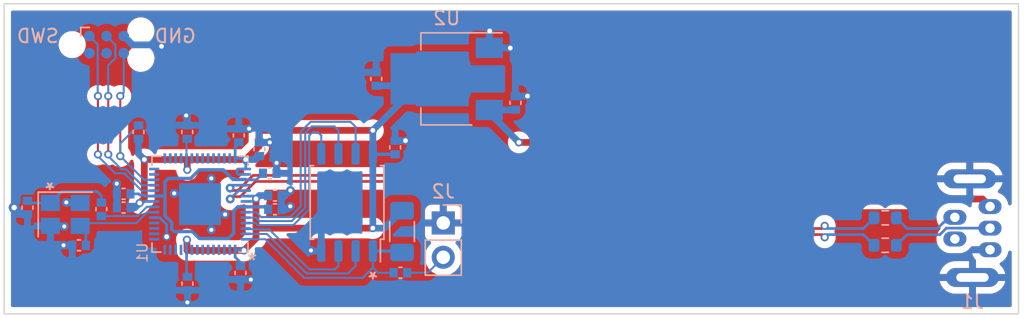
<source format=kicad_pcb>
(kicad_pcb (version 20211014) (generator pcbnew)
  (title_block (date "${DATE}") (rev "${VERSION}"))
  (layers (0 "F.Cu" signal) (31 "B.Cu" signal) (34 "B.Paste" user) (35 "F.Paste" user) (36 "B.SilkS" user "B.Silkscreen") (37 "F.SilkS" user "F.Silkscreen") (38 "B.Mask" user) (39 "F.Mask" user) (44 "Edge.Cuts" user))
  (property "DATE" "")
  (property "VERSION" "")
  (net 0 "")
  (net 1 "/RP2040/XIN")
  (net 2 "GND")
  (net 3 "/RP2040/XOUT")
  (net 4 "+5V")
  (net 5 "+3V3")
  (net 6 "+1V1")
  (net 7 "/RP2040/USB_D-")
  (net 8 "/RP2040/USB_D+")
  (net 9 "/RP2040/~{USB_BOOT}")
  (net 10 "/RP2040/SWD")
  (net 11 "/RP2040/SWCLK")
  (net 12 "/RP2040/~{RST}")
  (net 13 "/RP2040/QSPI_SS")
  (net 14 "/RP2040/XOUT_R")
  (net 15 "/RP2040/USB_D_R+")
  (net 16 "/RP2040/USB_D_R-")
  (net 17 "/RP2040/GPIO00")
  (net 18 "/RP2040/GPIO01")
  (net 19 "/RP2040/GPIO02")
  (net 20 "/RP2040/GPIO03")
  (net 21 "/RP2040/GPIO04")
  (net 22 "/RP2040/GPIO05")
  (net 23 "/RP2040/GPIO06")
  (net 24 "/RP2040/GPIO07")
  (net 25 "/RP2040/GPIO08")
  (net 26 "/RP2040/GPIO09")
  (net 27 "/RP2040/GPIO10")
  (net 28 "/RP2040/GPIO11")
  (net 29 "/RP2040/GPIO12")
  (net 30 "/RP2040/GPIO13")
  (net 31 "/RP2040/GPIO14")
  (net 32 "/RP2040/GPIO15")
  (net 33 "/RP2040/GPIO16")
  (net 34 "/RP2040/GPIO17")
  (net 35 "/RP2040/GPIO18")
  (net 36 "/RP2040/GPIO19")
  (net 37 "/RP2040/GPIO20")
  (net 38 "/RP2040/GPIO21")
  (net 39 "/RP2040/GPIO22")
  (net 40 "/RP2040/GPIO23")
  (net 41 "/RP2040/GPIO24")
  (net 42 "/RP2040/GPIO25")
  (net 43 "/RP2040/GPIO26")
  (net 44 "/RP2040/GPIO27")
  (net 45 "/RP2040/GPIO28")
  (net 46 "/RP2040/GPIO29")
  (net 47 "/RP2040/QSPI_SD3")
  (net 48 "/RP2040/QSPI_SCLK")
  (net 49 "/RP2040/QSPI_SD0")
  (net 50 "/RP2040/QSPI_SD2")
  (net 54 "/RP2040/QSPI_SD1")
  (footprint "Custom_Footprints:Perfect_0402" (layer "B.Cu") (at 30.607 26.797 90)
    (fp_text reference "C11" hide)
    (fp_text value "100nF" hide)
    (pad "1" smd rect (at -0.5 0 90) (size 0.6 0.7) (layers "B.Cu" "B.Paste" "B.Mask") (net 5 "+3V3"))
    (pad "2" smd rect (at 0.5 0 90) (size 0.6 0.7) (layers "B.Cu" "B.Paste" "B.Mask") (net 2 "GND"))
  )
  (footprint "Custom_Footprints:Perfect_0402" (layer "B.Cu") (at 24.257 32.512 90)
    (fp_text reference "R2" hide)
    (fp_text value "1k" hide)
    (pad "1" smd rect (at -0.5 0 90) (size 0.6 0.7) (layers "B.Cu" "B.Paste" "B.Mask") (net 14 "/RP2040/XOUT_R"))
    (pad "2" smd rect (at 0.5 0 90) (size 0.6 0.7) (layers "B.Cu" "B.Paste" "B.Mask") (net 3 "/RP2040/XOUT"))
  )
  (footprint "Custom_Footprints:Perfect_0402" (layer "B.Cu") (at 25.908 32.385 180)
    (fp_text reference "C12" hide)
    (fp_text value "100nF" hide)
    (pad "1" smd rect (at -0.5 0 180) (size 0.6 0.7) (layers "B.Cu" "B.Paste" "B.Mask") (net 5 "+3V3"))
    (pad "2" smd rect (at 0.5 0 180) (size 0.6 0.7) (layers "B.Cu" "B.Paste" "B.Mask") (net 2 "GND"))
  )
  (footprint "Resistor_SMD:R_0603_1608Metric" (layer "B.Cu") (at 82.196978 33.147 180)
    (fp_text reference "R4" hide)
    (fp_text value "27" hide)
    (pad "1" smd roundrect (at -0.825 0 180) (size 0.8 0.95) (layers "B.Cu" "B.Paste" "B.Mask") (net 7 "/RP2040/USB_D-"))
    (pad "2" smd roundrect (at 0.825 0 180) (size 0.8 0.95) (layers "B.Cu" "B.Paste" "B.Mask") (net 16 "/RP2040/USB_D_R-"))
  )
  (footprint "Custom_Footprints:Perfect_0402" (layer "B.Cu") (at 34.544 37.211 -90)
    (fp_text reference "C14" hide)
    (fp_text value "100nF" hide)
    (pad "1" smd rect (at -0.5 0 270) (size 0.6 0.7) (layers "B.Cu" "B.Paste" "B.Mask") (net 5 "+3V3"))
    (pad "2" smd rect (at 0.5 0 270) (size 0.6 0.7) (layers "B.Cu" "B.Paste" "B.Mask") (net 2 "GND"))
  )
  (footprint "Resistor_SMD:R_1206_3216Metric_Pad1.30x1.75mm_HandSolder" (layer "B.Cu") (at 46.482 34.163 -90)
    (fp_text reference "R5" hide)
    (fp_text value "DNF" hide)
    (pad "1" smd roundrect (at -1.55 0 270) (size 1.3 1.75) (layers "B.Cu" "B.Paste" "B.Mask") (roundrect_rratio 0.192308) (net 5 "+3V3"))
    (pad "2" smd roundrect (at 1.55 0 270) (size 1.3 1.75) (layers "B.Cu" "B.Paste" "B.Mask") (roundrect_rratio 0.192308) (net 13 "/RP2040/QSPI_SS"))
  )
  (footprint "Custom_Footprints:Perfect_0402" (layer "B.Cu") (at 54.864 24.638 90)
    (fp_text reference "C1")
    (fp_text value "1uF" hide)
    (pad "1" smd rect (at -0.5 0 90) (size 0.6 0.7) (layers "B.Cu" "B.Paste" "B.Mask") (net 4 "+5V"))
    (pad "2" smd rect (at 0.5 0 90) (size 0.6 0.7) (layers "B.Cu" "B.Paste" "B.Mask") (net 2 "GND"))
  )
  (footprint "Custom_Footprints:Perfect_0402" (layer "B.Cu") (at 34.417 27.051 90)
    (fp_text reference "C9" hide)
    (fp_text value "100nF" hide)
    (pad "1" smd rect (at -0.5 0 90) (size 0.6 0.7) (layers "B.Cu" "B.Paste" "B.Mask") (net 5 "+3V3"))
    (pad "2" smd rect (at 0.5 0 90) (size 0.6 0.7) (layers "B.Cu" "B.Paste" "B.Mask") (net 2 "GND"))
  )
  (footprint "Custom_Footprints:Perfect_0402" (layer "B.Cu") (at 37.084 32.512)
    (fp_text reference "C6" hide)
    (fp_text value "100nF" hide)
    (pad "1" smd rect (at -0.5 0) (size 0.6 0.7) (layers "B.Cu" "B.Paste" "B.Mask") (net 6 "+1V1"))
    (pad "2" smd rect (at 0.5 0) (size 0.6 0.7) (layers "B.Cu" "B.Paste" "B.Mask") (net 2 "GND"))
  )
  (footprint "Crystal:Crystal_SMD_3225-4Pin_3.2x2.5mm" (layer "B.Cu") (at 21.59 32.893)
    (fp_text reference "Y1" hide)
    (fp_text value "X322512MSB4SI" hide)
    (pad "1" smd rect (at -1.1 -0.85) (size 1.4 1.2) (layers "B.Cu" "B.Paste" "B.Mask") (net 3 "/RP2040/XOUT"))
    (pad "2" smd rect (at 1.1 -0.85) (size 1.4 1.2) (layers "B.Cu" "B.Paste" "B.Mask") (net 2 "GND"))
    (pad "3" smd rect (at 1.1 0.85) (size 1.4 1.2) (layers "B.Cu" "B.Paste" "B.Mask") (net 1 "/RP2040/XIN"))
    (pad "4" smd rect (at -1.1 0.85) (size 1.4 1.2) (layers "B.Cu" "B.Paste" "B.Mask") (net 2 "GND"))
  )
  (footprint "Connector_PinHeader_2.54mm:PinHeader_1x02_P2.54mm_Vertical" (layer "B.Cu") (at 49.53 33.523 180)
    (fp_text reference "J2" (at 0 2.33) (layer "B.SilkS") (effects (justify mirror)))
    (fp_text value "Conn_01x02" hide)
    (pad "1" thru_hole rect (at 0 0 180) (size 1.7 1.7) (drill 1) (layers *.Cu *.Mask) (net 2 "GND"))
    (pad "2" thru_hole oval (at 0 -2.54 180) (size 1.7 1.7) (drill 1) (layers *.Cu *.Mask) (net 9 "/RP2040/~{USB_BOOT}"))
  )
  (footprint "Custom_Footprints:Perfect_0402" (layer "B.Cu") (at 35.941 28.067 90)
    (fp_text reference "C10" hide)
    (fp_text value "1uF" hide)
    (pad "1" smd rect (at -0.5 0 90) (size 0.6 0.7) (layers "B.Cu" "B.Paste" "B.Mask") (net 5 "+3V3"))
    (pad "2" smd rect (at 0.5 0 90) (size 0.6 0.7) (layers "B.Cu" "B.Paste" "B.Mask") (net 2 "GND"))
  )
  (footprint "Custom_Footprints:Perfect_0402" (layer "B.Cu") (at 30.6164 38.0084 -90)
    (fp_text reference "C13" hide)
    (fp_text value "100nF" hide)
    (pad "1" smd rect (at -0.5 0 270) (size 0.6 0.7) (layers "B.Cu" "B.Paste" "B.Mask") (net 5 "+3V3"))
    (pad "2" smd rect (at 0.5 0 270) (size 0.6 0.7) (layers "B.Cu" "B.Paste" "B.Mask") (net 2 "GND"))
  )
  (footprint "Package_TO_SOT_SMD:SOT-223-3_TabPin2" (layer "B.Cu") (at 49.784 22.86 180)
    (fp_text reference "U2" (at 0 4.5) (layer "B.SilkS") (effects (justify mirror)))
    (fp_text value "AMS1117-3.3")
    (pad "1" smd rect (at -3.15 2.3 180) (size 2 1.5) (layers "B.Cu" "B.Paste" "B.Mask") (net 2 "GND"))
    (pad "2" smd rect (at -3.15 0 180) (size 2 1.5) (layers "B.Cu" "B.Paste" "B.Mask") (net 5 "+3V3"))
    (pad "2" smd rect (at 3.15 0 180) (size 2 3.8) (layers "B.Cu" "B.Paste" "B.Mask") (net 5 "+3V3"))
    (pad "3" smd rect (at -3.15 -2.3 180) (size 2 1.5) (layers "B.Cu" "B.Paste" "B.Mask") (net 4 "+5V"))
  )
  (footprint "Custom_Footprints:Perfect_0402" (layer "B.Cu") (at 44.577 22.868 90)
    (fp_text reference "C2")
    (fp_text value "1uF" hide)
    (pad "1" smd rect (at -0.5 0 90) (size 0.6 0.7) (layers "B.Cu" "B.Paste" "B.Mask") (net 5 "+3V3"))
    (pad "2" smd rect (at 0.5 0 90) (size 0.6 0.7) (layers "B.Cu" "B.Paste" "B.Mask") (net 2 "GND"))
  )
  (footprint "Connector:Tag-Connect_TC2030-IDC-NL_2x03_P1.27mm_Vertical" (layer "B.Cu") (at 24.638 20.32)
    (fp_text reference "J3" hide)
    (fp_text value "RP2040_SWD")
    (pad "" np_thru_hole circle (at -2.54 0) (size 0.9906 0.9906) (drill 0.9906) (layers *.Cu *.Mask))
    (pad "" np_thru_hole circle (at 2.54 -1.016) (size 0.9906 0.9906) (drill 0.9906) (layers *.Cu *.Mask))
    (pad "" np_thru_hole circle (at 2.54 1.016) (size 0.9906 0.9906) (drill 0.9906) (layers *.Cu *.Mask))
    (pad "1" connect circle (at -1.27 -0.635) (size 0.7874 0.7874) (layers "B.Cu" "B.Mask") (net 10 "/RP2040/SWD"))
    (pad "2" connect circle (at -1.27 0.635) (size 0.7874 0.7874) (layers "B.Cu" "B.Mask"))
    (pad "3" connect circle (at 0 -0.635) (size 0.7874 0.7874) (layers "B.Cu" "B.Mask") (net 11 "/RP2040/SWCLK"))
    (pad "4" connect circle (at 0 0.635) (size 0.7874 0.7874) (layers "B.Cu" "B.Mask"))
    (pad "5" connect circle (at 1.27 -0.635) (size 0.7874 0.7874) (layers "B.Cu" "B.Mask") (net 2 "GND"))
    (pad "6" connect circle (at 1.27 0.635) (size 0.7874 0.7874) (layers "B.Cu" "B.Mask") (net 12 "/RP2040/~{RST}"))
  )
  (footprint "Package_SO:SOIC-8_5.23x5.23mm_P1.27mm" (layer "B.Cu") (at 42.418 32.004 90)
    (fp_text reference "U3" hide)
    (fp_text value "W25Q128JVS" hide)
    (pad "1" smd roundrect (at -3.6 1.905 90) (size 1.6 0.6) (layers "B.Cu" "B.Paste" "B.Mask") (net 13 "/RP2040/QSPI_SS"))
    (pad "2" smd roundrect (at -3.6 0.635 90) (size 1.6 0.6) (layers "B.Cu" "B.Paste" "B.Mask") (net 54 "/RP2040/QSPI_SD1"))
    (pad "3" smd roundrect (at -3.6 -0.635 90) (size 1.6 0.6) (layers "B.Cu" "B.Paste" "B.Mask") (net 50 "/RP2040/QSPI_SD2"))
    (pad "4" smd roundrect (at -3.6 -1.905 90) (size 1.6 0.6) (layers "B.Cu" "B.Paste" "B.Mask") (net 2 "GND"))
    (pad "5" smd roundrect (at 3.6 -1.905 90) (size 1.6 0.6) (layers "B.Cu" "B.Paste" "B.Mask") (net 49 "/RP2040/QSPI_SD0"))
    (pad "6" smd roundrect (at 3.6 -0.635 90) (size 1.6 0.6) (layers "B.Cu" "B.Paste" "B.Mask") (net 48 "/RP2040/QSPI_SCLK"))
    (pad "7" smd roundrect (at 3.6 0.635 90) (size 1.6 0.6) (layers "B.Cu" "B.Paste" "B.Mask") (net 47 "/RP2040/QSPI_SD3"))
    (pad "8" smd roundrect (at 3.6 1.905 90) (size 1.6 0.6) (layers "B.Cu" "B.Paste" "B.Mask") (net 5 "+3V3"))
  )
  (footprint "Custom_Footprints:QFN56P40_700X700X90L40X18T310N" (layer "B.Cu") (at 31.5468 32.131 180)
    (fp_text reference "U1" (at 4.26 -3.6 90) (layer "B.SilkS") (effects (font (size 0.75 0.75) (thickness 0.11)) (justify mirror)))
    (fp_text value "RP2040")
    (fp_text user "*" (at -3.84 -4.2 unlocked) (layer "B.SilkS") (effects (justify mirror)))
    (pad "1" smd roundrect (at -2.6 -3.385 90) (size 0.76 0.2) (layers "B.Cu" "B.Paste" "B.Mask") (net 5 "+3V3"))
    (pad "2" smd roundrect (at -2.2 -3.385 90) (size 0.76 0.2) (layers "B.Cu" "B.Paste" "B.Mask") (net 17 "/RP2040/GPIO00"))
    (pad "3" smd roundrect (at -1.8 -3.385 90) (size 0.76 0.2) (layers "B.Cu" "B.Paste" "B.Mask") (net 18 "/RP2040/GPIO01"))
    (pad "4" smd roundrect (at -1.4 -3.385 90) (size 0.76 0.2) (layers "B.Cu" "B.Paste" "B.Mask") (net 19 "/RP2040/GPIO02"))
    (pad "5" smd roundrect (at -1 -3.385 90) (size 0.76 0.2) (layers "B.Cu" "B.Paste" "B.Mask") (net 20 "/RP2040/GPIO03"))
    (pad "6" smd roundrect (at -0.6 -3.385 90) (size 0.76 0.2) (layers "B.Cu" "B.Paste" "B.Mask") (net 21 "/RP2040/GPIO04"))
    (pad "7" smd roundrect (at -0.2 -3.385 90) (size 0.76 0.2) (layers "B.Cu" "B.Paste" "B.Mask") (net 22 "/RP2040/GPIO05"))
    (pad "8" smd roundrect (at 0.2 -3.385 90) (size 0.76 0.2) (layers "B.Cu" "B.Paste" "B.Mask") (net 23 "/RP2040/GPIO06"))
    (pad "9" smd roundrect (at 0.6 -3.385 90) (size 0.76 0.2) (layers "B.Cu" "B.Paste" "B.Mask") (net 24 "/RP2040/GPIO07"))
    (pad "10" smd roundrect (at 1 -3.385 90) (size 0.76 0.2) (layers "B.Cu" "B.Paste" "B.Mask") (net 5 "+3V3"))
    (pad "11" smd roundrect (at 1.4 -3.385 90) (size 0.76 0.2) (layers "B.Cu" "B.Paste" "B.Mask") (net 25 "/RP2040/GPIO08"))
    (pad "12" smd roundrect (at 1.8 -3.385 90) (size 0.76 0.2) (layers "B.Cu" "B.Paste" "B.Mask") (net 26 "/RP2040/GPIO09"))
    (pad "13" smd roundrect (at 2.2 -3.385 90) (size 0.76 0.2) (layers "B.Cu" "B.Paste" "B.Mask") (net 27 "/RP2040/GPIO10"))
    (pad "14" smd roundrect (at 2.6 -3.385 90) (size 0.76 0.2) (layers "B.Cu" "B.Paste" "B.Mask") (net 28 "/RP2040/GPIO11"))
    (pad "15" smd roundrect (at 3.385 -2.6 180) (size 0.76 0.2) (layers "B.Cu" "B.Paste" "B.Mask") (net 29 "/RP2040/GPIO12"))
    (pad "16" smd roundrect (at 3.385 -2.2 180) (size 0.76 0.2) (layers "B.Cu" "B.Paste" "B.Mask") (net 30 "/RP2040/GPIO13"))
    (pad "17" smd roundrect (at 3.385 -1.8 180) (size 0.76 0.2) (layers "B.Cu" "B.Paste" "B.Mask") (net 31 "/RP2040/GPIO14"))
    (pad "18" smd roundrect (at 3.385 -1.4 180) (size 0.76 0.2) (layers "B.Cu" "B.Paste" "B.Mask") (net 32 "/RP2040/GPIO15"))
    (pad "19" smd roundrect (at 3.385 -1 180) (size 0.76 0.2) (layers "B.Cu" "B.Paste" "B.Mask") (net 2 "GND"))
    (pad "20" smd roundrect (at 3.385 -0.6 180) (size 0.76 0.2) (layers "B.Cu" "B.Paste" "B.Mask") (net 1 "/RP2040/XIN"))
    (pad "21" smd roundrect (at 3.385 -0.2 180) (size 0.76 0.2) (layers "B.Cu" "B.Paste" "B.Mask") (net 14 "/RP2040/XOUT_R"))
    (pad "22" smd roundrect (at 3.385 0.2 180) (size 0.76 0.2) (layers "B.Cu" "B.Paste" "B.Mask") (net 5 "+3V3"))
    (pad "23" smd roundrect (at 3.385 0.6 180) (size 0.76 0.2) (layers "B.Cu" "B.Paste" "B.Mask") (net 6 "+1V1"))
    (pad "24" smd roundrect (at 3.385 1 180) (size 0.76 0.2) (layers "B.Cu" "B.Paste" "B.Mask") (net 10 "/RP2040/SWD"))
    (pad "25" smd roundrect (at 3.385 1.4 180) (size 0.76 0.2) (layers "B.Cu" "B.Paste" "B.Mask") (net 11 "/RP2040/SWCLK"))
    (pad "26" smd roundrect (at 3.385 1.8 180) (size 0.76 0.2) (layers "B.Cu" "B.Paste" "B.Mask") (net 12 "/RP2040/~{RST}"))
    (pad "27" smd roundrect (at 3.385 2.2 180) (size 0.76 0.2) (layers "B.Cu" "B.Paste" "B.Mask") (net 33 "/RP2040/GPIO16"))
    (pad "28" smd roundrect (at 3.385 2.6 180) (size 0.76 0.2) (layers "B.Cu" "B.Paste" "B.Mask") (net 34 "/RP2040/GPIO17"))
    (pad "29" smd roundrect (at 2.6 3.385 90) (size 0.76 0.2) (layers "B.Cu" "B.Paste" "B.Mask") (net 35 "/RP2040/GPIO18"))
    (pad "30" smd roundrect (at 2.2 3.385 90) (size 0.76 0.2) (layers "B.Cu" "B.Paste" "B.Mask") (net 36 "/RP2040/GPIO19"))
    (pad "31" smd roundrect (at 1.8 3.385 90) (size 0.76 0.2) (layers "B.Cu" "B.Paste" "B.Mask") (net 37 "/RP2040/GPIO20"))
    (pad "32" smd roundrect (at 1.4 3.385 90) (size 0.76 0.2) (layers "B.Cu" "B.Paste" "B.Mask") (net 38 "/RP2040/GPIO21"))
    (pad "33" smd roundrect (at 1 3.385 90) (size 0.76 0.2) (layers "B.Cu" "B.Paste" "B.Mask") (net 5 "+3V3"))
    (pad "34" smd roundrect (at 0.6 3.385 90) (size 0.76 0.2) (layers "B.Cu" "B.Paste" "B.Mask") (net 39 "/RP2040/GPIO22"))
    (pad "35" smd roundrect (at 0.2 3.385 90) (size 0.76 0.2) (layers "B.Cu" "B.Paste" "B.Mask") (net 40 "/RP2040/GPIO23"))
    (pad "36" smd roundrect (at -0.2 3.385 90) (size 0.76 0.2) (layers "B.Cu" "B.Paste" "B.Mask") (net 41 "/RP2040/GPIO24"))
    (pad "37" smd roundrect (at -0.6 3.385 90) (size 0.76 0.2) (layers "B.Cu" "B.Paste" "B.Mask") (net 42 "/RP2040/GPIO25"))
    (pad "38" smd roundrect (at -1 3.385 90) (size 0.76 0.2) (layers "B.Cu" "B.Paste" "B.Mask") (net 43 "/RP2040/GPIO26"))
    (pad "39" smd roundrect (at -1.4 3.385 90) (size 0.76 0.2) (layers "B.Cu" "B.Paste" "B.Mask") (net 44 "/RP2040/GPIO27"))
    (pad "40" smd roundrect (at -1.8 3.385 90) (size 0.76 0.2) (layers "B.Cu" "B.Paste" "B.Mask") (net 45 "/RP2040/GPIO28"))
    (pad "41" smd roundrect (at -2.2 3.385 90) (size 0.76 0.2) (layers "B.Cu" "B.Paste" "B.Mask") (net 46 "/RP2040/GPIO29"))
    (pad "42" smd roundrect (at -2.6 3.385 90) (size 0.76 0.2) (layers "B.Cu" "B.Paste" "B.Mask") (net 5 "+3V3"))
    (pad "43" smd roundrect (at -3.385 2.6 180) (size 0.76 0.2) (layers "B.Cu" "B.Paste" "B.Mask") (net 5 "+3V3"))
    (pad "44" smd roundrect (at -3.385 2.2 180) (size 0.76 0.2) (layers "B.Cu" "B.Paste" "B.Mask") (net 5 "+3V3"))
    (pad "45" smd roundrect (at -3.385 1.8 180) (size 0.76 0.2) (layers "B.Cu" "B.Paste" "B.Mask") (net 6 "+1V1"))
    (pad "46" smd roundrect (at -3.385 1.4 180) (size 0.76 0.2) (layers "B.Cu" "B.Paste" "B.Mask") (net 16 "/RP2040/USB_D_R-"))
    (pad "47" smd roundrect (at -3.385 1 180) (size 0.76 0.2) (layers "B.Cu" "B.Paste" "B.Mask") (net 15 "/RP2040/USB_D_R+"))
    (pad "48" smd roundrect (at -3.385 0.6 180) (size 0.76 0.2) (layers "B.Cu" "B.Paste" "B.Mask") (net 5 "+3V3"))
    (pad "49" smd roundrect (at -3.385 0.2 180) (size 0.76 0.2) (layers "B.Cu" "B.Paste" "B.Mask") (net 5 "+3V3"))
    (pad "50" smd roundrect (at -3.385 -0.2 180) (size 0.76 0.2) (layers "B.Cu" "B.Paste" "B.Mask") (net 6 "+1V1"))
    (pad "51" smd roundrect (at -3.385 -0.6 180) (size 0.76 0.2) (layers "B.Cu" "B.Paste" "B.Mask") (net 47 "/RP2040/QSPI_SD3"))
    (pad "52" smd roundrect (at -3.385 -1 180) (size 0.76 0.2) (layers "B.Cu" "B.Paste" "B.Mask") (net 48 "/RP2040/QSPI_SCLK"))
    (pad "53" smd roundrect (at -3.385 -1.4 180) (size 0.76 0.2) (layers "B.Cu" "B.Paste" "B.Mask") (net 49 "/RP2040/QSPI_SD0"))
    (pad "54" smd roundrect (at -3.385 -1.8 180) (size 0.76 0.2) (layers "B.Cu" "B.Paste" "B.Mask") (net 50 "/RP2040/QSPI_SD2"))
    (pad "55" smd roundrect (at -3.385 -2.2 180) (size 0.76 0.2) (layers "B.Cu" "B.Paste" "B.Mask") (net 54 "/RP2040/QSPI_SD1"))
    (pad "56" smd roundrect (at -3.385 -2.6 180) (size 0.76 0.2) (layers "B.Cu" "B.Paste" "B.Mask") (net 13 "/RP2040/QSPI_SS"))
    (pad "57" smd rect (at 0.775 -0.775 180) (size 1.55 1.55) (layers "B.Cu" "B.Paste") (net 2 "GND"))
    (pad "57" smd rect (at -0.775 -0.775 180) (size 1.55 1.55) (layers "B.Cu" "B.Paste") (net 2 "GND"))
    (pad "57" smd rect (at -0.775 0.775 180) (size 1.55 1.55) (layers "B.Cu" "B.Paste") (net 2 "GND"))
    (pad "57" smd rect (at 0.775 0.775 180) (size 1.55 1.55) (layers "B.Cu" "B.Paste") (net 2 "GND"))
  )
  (footprint "Custom_Footprints:Perfect_0402" (layer "B.Cu") (at 18.796 32.385 -90)
    (fp_text reference "C5" hide)
    (fp_text value "10pF" hide)
    (pad "1" smd rect (at -0.5 0 270) (size 0.6 0.7) (layers "B.Cu" "B.Paste" "B.Mask") (net 3 "/RP2040/XOUT"))
    (pad "2" smd rect (at 0.5 0 270) (size 0.6 0.7) (layers "B.Cu" "B.Paste" "B.Mask") (net 2 "GND"))
  )
  (footprint "Custom_Footprints:Perfect_0402" (layer "B.Cu") (at 36.703 29.845)
    (fp_text reference "C7" hide)
    (fp_text value "1uF" hide)
    (pad "1" smd rect (at -0.5 0) (size 0.6 0.7) (layers "B.Cu" "B.Paste" "B.Mask") (net 6 "+1V1"))
    (pad "2" smd rect (at 0.5 0) (size 0.6 0.7) (layers "B.Cu" "B.Paste" "B.Mask") (net 2 "GND"))
  )
  (footprint "Custom_Footprints:Perfect_0402" (layer "B.Cu") (at 22.606 35.179 180)
    (fp_text reference "C4" hide)
    (fp_text value "10pF" hide)
    (pad "1" smd rect (at -0.5 0 180) (size 0.6 0.7) (layers "B.Cu" "B.Paste" "B.Mask") (net 1 "/RP2040/XIN"))
    (pad "2" smd rect (at 0.5 0 180) (size 0.6 0.7) (layers "B.Cu" "B.Paste" "B.Mask") (net 2 "GND"))
  )
  (footprint "Custom_Footprints:USB_B_Mini_Amphenol_UE25BE5510H" (layer "B.Cu") (at 88.646 33.909 90)
    (fp_text reference "J1" (at -5.461 0 180) (layer "B.SilkS") (effects (justify mirror)))
    (fp_text value "USB_B_Micro" hide)
    (pad "1" thru_hole oval (at 1.6 1.3 90) (size 1.1 1.7) (drill 0.7) (layers *.Cu *.Mask) (net 4 "+5V"))
    (pad "2" thru_hole oval (at 0.8 -1.3 90) (size 1.1 1.7) (drill 0.7) (layers *.Cu *.Mask) (net 7 "/RP2040/USB_D-"))
    (pad "3" thru_hole oval (at 0 1.3 90) (size 1.1 1.7) (drill 0.7) (layers *.Cu *.Mask) (net 8 "/RP2040/USB_D+"))
    (pad "4" thru_hole oval (at -0.8 -1.3 90) (size 1.1 1.7) (drill 0.7) (layers *.Cu *.Mask))
    (pad "5" thru_hole oval (at -1.6 1.3 90) (size 1.1 1.7) (drill 0.7) (layers *.Cu *.Mask) (net 2 "GND"))
    (pad "6" thru_hole oval (at -3.65 0 90) (size 1.4 3.9) (drill oval 0.65 2.4) (layers *.Cu *.Mask) (net 2 "GND"))
    (pad "6" thru_hole oval (at 3.65 -0.2 90) (size 1.4 3.9) (drill oval 0.65 2.4) (layers *.Cu *.Mask) (net 2 "GND"))
  )
  (footprint "Custom_Footprints:Perfect_0402" (layer "B.Cu") (at 27 26.8 90)
    (fp_text reference "R6" hide)
    (fp_text value "10k" hide)
    (pad "1" smd rect (at -0.5 0 90) (size 0.6 0.7) (layers "B.Cu" "B.Paste" "B.Mask") (net 5 "+3V3"))
    (pad "2" smd rect (at 0.5 0 90) (size 0.6 0.7) (layers "B.Cu" "B.Paste" "B.Mask") (net 12 "/RP2040/~{RST}"))
  )
  (footprint "Resistor_SMD:R_0603_1608Metric" (layer "B.Cu") (at 82.196978 35.179 180)
    (fp_text reference "R3" hide)
    (fp_text value "27" hide)
    (pad "1" smd roundrect (at -0.825 0 180) (size 0.8 0.95) (layers "B.Cu" "B.Paste" "B.Mask") (net 8 "/RP2040/USB_D+"))
    (pad "2" smd roundrect (at 0.825 0 180) (size 0.8 0.95) (layers "B.Cu" "B.Paste" "B.Mask") (net 15 "/RP2040/USB_D_R+"))
  )
  (footprint "Custom_Footprints:Perfect_0402" (layer "B.Cu") (at 37.084 31.496)
    (fp_text reference "C15" hide)
    (fp_text value "100nF" hide)
    (pad "1" smd rect (at -0.5 0) (size 0.6 0.7) (layers "B.Cu" "B.Paste" "B.Mask") (net 5 "+3V3"))
    (pad "2" smd rect (at 0.5 0) (size 0.6 0.7) (layers "B.Cu" "B.Paste" "B.Mask") (net 2 "GND"))
  )
  (footprint "Custom_Footprints:Perfect_0402" (layer "B.Cu") (at 46.355 37.211)
    (fp_text reference "R1" hide)
    (fp_text value "1k" hide)
    (pad "1" smd rect (at -0.5 0) (size 0.6 0.7) (layers "B.Cu" "B.Paste" "B.Mask") (net 13 "/RP2040/QSPI_SS"))
    (pad "2" smd rect (at 0.5 0) (size 0.6 0.7) (layers "B.Cu" "B.Paste" "B.Mask") (net 9 "/RP2040/~{USB_BOOT}"))
  )
  (footprint "Custom_Footprints:Perfect_0402" (layer "B.Cu") (at 25.908 31.369 180)
    (fp_text reference "C8" hide)
    (fp_text value "100nF" hide)
    (pad "1" smd rect (at -0.5 0 180) (size 0.6 0.7) (layers "B.Cu" "B.Paste" "B.Mask") (net 6 "+1V1"))
    (pad "2" smd rect (at 0.5 0 180) (size 0.6 0.7) (layers "B.Cu" "B.Paste" "B.Mask") (net 2 "GND"))
  )
  (footprint "Custom_Footprints:Perfect_0402" (layer "B.Cu") (at 45.974 27.94 90)
    (fp_text reference "C3" hide)
    (fp_text value "1uF" hide)
    (pad "1" smd rect (at -0.5 0 90) (size 0.6 0.7) (layers "B.Cu" "B.Paste" "B.Mask") (net 5 "+3V3"))
    (pad "2" smd rect (at 0.5 0 90) (size 0.6 0.7) (layers "B.Cu" "B.Paste" "B.Mask") (net 2 "GND"))
  )
  (gr_rect (start 17.0688 17.2974) (end 92.0496 40.259) (layer "Edge.Cuts") (width 0.1) (fill none))
  (gr_text "*" (at 44.323 37.084 -180) (layer "B.SilkS") (effects (font (size 1 1)) (justify mirror)))
  (gr_text "GND" (at 29.718 19.685) (layer "B.SilkS") (effects (font (size 1 1)) (justify mirror)))
  (gr_text "SWD" (at 19.558 19.685) (layer "B.SilkS") (effects (font (size 1 1)) (justify mirror)))
  (gr_text "*" (at 20.447 30.48 -180) (layer "B.SilkS") (effects (font (size 1 1)) (justify mirror)))
  (segment (start 23.106 35.179) (end 23.106 34.159) (width 0.2) (layer "B.Cu") (net 1))
  (segment (start 28.1618 32.731) (end 27.643072 32.731) (width 0.15) (layer "B.Cu") (net 1))
  (segment (start 27.643072 32.731) (end 26.837561 33.536511) (width 0.15) (layer "B.Cu") (net 1))
  (segment (start 26.837561 33.536511) (end 22.896489 33.536511) (width 0.15) (layer "B.Cu") (net 1))
  (via (at 38.227 31.115) (size 0.65) (drill 0.3) (layers "F.Cu" "B.Cu") (net 2))
  (via (at 33.401 32.893) (size 0.65) (drill 0.3) (layers "F.Cu" "B.Cu") (net 2))
  (via (at 17.81 32.385) (size 0.8) (drill 0.4) (layers "F.Cu" "B.Cu") (net 2))
  (via (at 32.385 30.226) (size 0.65) (drill 0.3) (layers "F.Cu" "B.Cu") (net 2))
  (via (at 54.483 20.574) (size 0.6) (drill 0.35) (layers "F.Cu" "B.Cu") (net 2))
  (via (at 39.751 35.56) (size 0.65) (drill 0.3) (layers "F.Cu" "B.Cu") (net 2))
  (via (at 32.385 34.036) (size 0.65) (drill 0.3) (layers "F.Cu" "B.Cu") (net 2))
  (via (at 35.306 37.719) (size 0.65) (drill 0.3) (layers "F.Cu" "B.Cu") (net 2))
  (via (at 38.219622 32.292122) (size 0.65) (drill 0.3) (layers "F.Cu" "B.Cu") (net 2))
  (via (at 46.736 27.432) (size 0.6) (drill 0.35) (layers "F.Cu" "B.Cu") (net 2))
  (via (at 55.753 24.13) (size 0.6) (drill 0.35) (layers "F.Cu" "B.Cu") (net 2))
  (via (at 52.959 19.304) (size 0.6) (drill 0.35) (layers "F.Cu" "B.Cu") (net 2))
  (via (at 21.664502 32.004) (size 0.65) (drill 0.3) (layers "F.Cu" "B.Cu") (net 2))
  (via (at 37.211 29.083) (size 0.65) (drill 0.3) (layers "F.Cu" "B.Cu") (net 2))
  (via (at 29.083 34.544) (size 0.6) (drill 0.35) (layers "F.Cu" "B.Cu") (net 2))
  (via (at 28.702 20.447) (size 0.6) (drill 0.35) (layers "F.Cu" "B.Cu") (net 2))
  (via (at 36.703 27.559) (size 0.65) (drill 0.3) (layers "F.Cu" "B.Cu") (net 2))
  (via (at 25.392444 30.614556) (size 0.65) (drill 0.3) (layers "F.Cu" "B.Cu") (net 2))
  (via (at 35.179 26.543) (size 0.65) (drill 0.3) (layers "F.Cu" "B.Cu") (net 2))
  (via (at 30.6164 39.4054) (size 0.65) (drill 0.3) (layers "F.Cu" "B.Cu") (net 2))
  (via (at 30.525364 25.569512) (size 0.65) (drill 0.3) (layers "F.Cu" "B.Cu") (net 2))
  (via (at 29.641278 31.333587) (size 0.65) (drill 0.3) (layers "F.Cu" "B.Cu") (net 2))
  (via (at 21.515498 33.782) (size 0.65) (drill 0.3) (layers "F.Cu" "B.Cu") (net 2))
  (via (at 21.463 35.179) (size 0.65) (drill 0.3) (layers "F.Cu" "B.Cu") (net 2))
  (segment (start 45.974 27.44) (end 46.728 27.44) (width 0.5) (layer "B.Cu") (net 2))
  (segment (start 18.407 32.885) (end 17.907 32.385) (width 0.5) (layer "B.Cu") (net 2))
  (segment (start 37.584 32.512) (end 37.999744 32.512) (width 0.5) (layer "B.Cu") (net 2))
  (segment (start 21.703502 32.043) (end 21.664502 32.004) (width 0.5) (layer "B.Cu") (net 2))
  (segment (start 30.607 25.651148) (end 30.525364 25.569512) (width 0.5) (layer "B.Cu") (net 2))
  (segment (start 35.941 27.567) (end 36.695 27.567) (width 0.5) (layer "B.Cu") (net 2))
  (segment (start 32.3218 31.356) (end 32.3218 30.2892) (width 0.2) (layer "B.Cu") (net 2))
  (segment (start 32.3218 32.906) (end 32.3218 33.9728) (width 0.2) (layer "B.Cu") (net 2))
  (segment (start 25.408 31.369) (end 25.408 32.385) (width 0.5) (layer "B.Cu") (net 2))
  (segment (start 26.564179 20.341179) (end 28.596179 20.341179) (width 0.5) (layer "B.Cu") (net 2))
  (segment (start 40.513 35.604) (end 39.795 35.604) (width 0.5) (layer "B.Cu") (net 2))
  (segment (start 37.203 29.845) (end 37.203 29.091) (width 0.5) (layer "B.Cu") (net 2))
  (segment (start 29.083 33.648615) (end 29.083 34.544) (width 0.2) (layer "B.Cu") (net 2))
  (segment (start 37.584 31.496) (end 37.846 31.496) (width 0.5) (layer "B.Cu") (net 2))
  (segment (start 20.49 33.743) (end 21.476498 33.743) (width 0.5) (layer "B.Cu") (net 2))
  (segment (start 39.795 35.604) (end 39.751 35.56) (width 0.5) (layer "B.Cu") (net 2))
  (segment (start 34.544 37.711) (end 35.298 37.711) (width 0.5) (layer "B.Cu") (net 2))
  (segment (start 34.417 26.551) (end 35.171 26.551) (width 0.5) (layer "B.Cu") (net 2))
  (segment (start 37.203 29.091) (end 37.211 29.083) (width 0.5) (layer "B.Cu") (net 2))
  (segment (start 52.934 20.56) (end 52.934 19.329) (width 0.5) (layer "B.Cu") (net 2))
  (segment (start 29.663691 31.356) (end 29.641278 31.333587) (width 0.2) (layer "B.Cu") (net 2))
  (segment (start 28.596179 20.341179) (end 28.702 20.447) (width 0.5) (layer "B.Cu") (net 2))
  (segment (start 32.3218 30.2892) (end 32.385 30.226) (width 0.2) (layer "B.Cu") (net 2))
  (segment (start 18.796 32.885) (end 18.407 32.885) (width 0.5) (layer "B.Cu") (net 2))
  (segment (start 36.695 27.567) (end 36.703 27.559) (width 0.5) (layer "B.Cu") (net 2))
  (segment (start 22.106 35.179) (end 21.463 35.179) (width 0.5) (layer "B.Cu") (net 2))
  (segment (start 52.934 19.329) (end 52.959 19.304) (width 0.5) (layer "B.Cu") (net 2))
  (segment (start 33.388 32.906) (end 33.401 32.893) (width 0.2) (layer "B.Cu") (net 2))
  (segment (start 25.408 30.630112) (end 25.392444 30.614556) (width 0.5) (layer "B.Cu") (net 2))
  (segment (start 32.3218 32.906) (end 33.388 32.906) (width 0.2) (layer "B.Cu") (net 2))
  (segment (start 28.565385 33.131) (end 29.083 33.648615) (width 0.2) (layer "B.Cu") (net 2))
  (segment (start 30.607 26.297) (end 30.607 25.651148) (width 0.5) (layer "B.Cu") (net 2))
  (segment (start 22.69 32.043) (end 21.703502 32.043) (width 0.5) (layer "B.Cu") (net 2))
  (segment (start 46.728 27.44) (end 46.736 27.432) (width 0.5) (layer "B.Cu") (net 2))
  (segment (start 55.745 24.138) (end 55.753 24.13) (width 0.5) (layer "B.Cu") (net 2))
  (segment (start 30.6164 38.5084) (end 30.6164 39.4054) (width 0.5) (layer "B.Cu") (net 2))
  (segment (start 17.907 32.385) (end 17.81 32.385) (width 0.5) (layer "B.Cu") (net 2))
  (segment (start 52.934 20.56) (end 54.469 20.56) (width 0.5) (layer "B.Cu") (net 2))
  (segment (start 37.999744 32.512) (end 38.219622 32.292122) (width 0.5) (layer "B.Cu") (net 2))
  (segment (start 25.408 31.369) (end 25.408 30.630112) (width 0.5) (layer "B.Cu") (net 2))
  (segment (start 35.298 37.711) (end 35.306 37.719) (width 0.5) (layer "B.Cu") (net 2))
  (segment (start 35.171 26.551) (end 35.179 26.543) (width 0.5) (layer "B.Cu") (net 2))
  (segment (start 54.864 24.138) (end 55.745 24.138) (width 0.5) (layer "B.Cu") (net 2))
  (segment (start 21.476498 33.743) (end 21.515498 33.782) (width 0.5) (layer "B.Cu") (net 2))
  (segment (start 37.846 31.496) (end 38.227 31.115) (width 0.5) (layer "B.Cu") (net 2))
  (segment (start 30.7718 31.356) (end 29.663691 31.356) (width 0.2) (layer "B.Cu") (net 2))
  (segment (start 54.469 20.56) (end 54.483 20.574) (width 0.5) (layer "B.Cu") (net 2))
  (segment (start 32.3218 33.9728) (end 32.385 34.036) (width 0.2) (layer "B.Cu") (net 2))
  (segment (start 28.1618 33.131) (end 28.565385 33.131) (width 0.2) (layer "B.Cu") (net 2))
  (segment (start 25.908 19.685) (end 26.564179 20.341179) (width 0.5) (layer "B.Cu") (net 2))
  (segment (start 24.257 31.512) (end 23.938489 31.193489) (width 0.2) (layer "B.Cu") (net 3))
  (segment (start 20.49 32.043) (end 18.954 32.043) (width 0.2) (layer "B.Cu") (net 3))
  (segment (start 24.257 32.012) (end 24.257 31.512) (width 0.2) (layer "B.Cu") (net 3))
  (segment (start 23.938489 31.193489) (end 21.339511 31.193489) (width 0.2) (layer "B.Cu") (net 3))
  (segment (start 21.339511 31.193489) (end 20.49 32.043) (width 0.2) (layer "B.Cu") (net 3))
  (segment (start 55.118001 27.558999) (end 72.643999 27.558999) (width 0.5) (layer "F.Cu") (net 4))
  (segment (start 72.643999 27.558999) (end 76.835 31.75) (width 0.5) (layer "F.Cu") (net 4))
  (segment (start 89.387 31.75) (end 89.946 32.309) (width 0.5) (layer "F.Cu") (net 4))
  (segment (start 76.835 31.75) (end 89.387 31.75) (width 0.5) (layer "F.Cu") (net 4))
  (via (at 55.118001 27.558999) (size 0.6) (drill 0.35) (layers "F.Cu" "B.Cu") (net 4))
  (segment (start 52.934 25.16) (end 54.842 25.16) (width 0.5) (layer "B.Cu") (net 4))
  (segment (start 52.934 25.374998) (end 55.118001 27.558999) (width 0.5) (layer "B.Cu") (net 4))
  (segment (start 30.582932 34.765776) (end 30.582932 35.535932) (width 0.5) (layer "F.Cu") (net 5))
  (segment (start 27.432 28.829) (end 27.432 31.703289) (width 0.5) (layer "F.Cu") (net 5))
  (segment (start 27.432 31.703289) (end 27.086949 32.04834) (width 0.5) (layer "F.Cu") (net 5))
  (segment (start 30.607 28.829) (end 30.607 29.591) (width 0.5) (layer "F.Cu") (net 5))
  (segment (start 35.903501 26.67) (end 44.323 26.67) (width 0.5) (layer "F.Cu") (net 5))
  (segment (start 34.798 35.56) (end 35.687 34.671) (width 0.5) (layer "F.Cu") (net 5))
  (segment (start 35.903501 27.850499) (end 35.903501 26.67) (width 0.5) (layer "F.Cu") (net 5))
  (segment (start 34.925 28.829) (end 35.903501 27.850499) (width 0.5) (layer "F.Cu") (net 5))
  (segment (start 35.687 34.671) (end 35.687 33.782) (width 0.5) (layer "F.Cu") (net 5))
  (segment (start 35.814 33.909) (end 35.687 33.782) (width 0.5) (layer "F.Cu") (net 5))
  (segment (start 35.687 33.782) (end 35.687 31.73298) (width 0.5) (layer "F.Cu") (net 5))
  (segment (start 30.607 35.56) (end 34.798 35.56) (width 0.5) (layer "F.Cu") (net 5))
  (segment (start 35.687 31.73298) (end 35.68848 31.7315) (width 0.5) (layer "F.Cu") (net 5))
  (segment (start 34.925 28.829) (end 30.607 28.829) (width 0.5) (layer "F.Cu") (net 5))
  (segment (start 27.432 28.829) (end 30.607 28.829) (width 0.5) (layer "F.Cu") (net 5))
  (segment (start 30.582932 35.535932) (end 30.607 35.56) (width 0.5) (layer "F.Cu") (net 5))
  (segment (start 44.323 33.909) (end 35.814 33.909) (width 0.5) (layer "F.Cu") (net 5))
  (via (at 30.582932 34.765776) (size 0.6) (drill 0.35) (layers "F.Cu" "B.Cu") (net 5))
  (via (at 30.607 29.591) (size 0.6) (drill 0.35) (layers "F.Cu" "B.Cu") (net 5))
  (via (at 27.432 28.829) (size 0.6) (drill 0.35) (layers "F.Cu" "B.Cu") (net 5))
  (via (at 27.086949 32.04834) (size 0.6) (drill 0.35) (layers "F.Cu" "B.Cu") (net 5))
  (via (at 44.323 26.67) (size 0.6) (drill 0.35) (layers "F.Cu" "B.Cu") (net 5))
  (via (at 34.798 35.56) (size 0.6) (drill 0.35) (layers "F.Cu" "B.Cu") (net 5))
  (via (at 34.925 28.829) (size 0.6) (drill 0.35) (layers "F.Cu" "B.Cu") (net 5))
  (via (at 44.323 33.909) (size 0.6) (drill 0.35) (layers "F.Cu" "B.Cu") (net 5))
  (via (at 35.68848 31.7315) (size 0.6) (drill 0.35) (layers "F.Cu" "B.Cu") (net 5))
  (segment (start 45.974 28.44) (end 44.359 28.44) (width 0.25) (layer "B.Cu") (net 5))
  (segment (start 34.754 35.516) (end 34.798 35.56) (width 0.5) (layer "B.Cu") (net 5))
  (segment (start 45.186 33.909) (end 44.323 33.909) (width 0.5) (layer "B.Cu") (net 5))
  (segment (start 34.925 28.956) (end 34.925 28.829) (width 0.5) (layer "B.Cu") (net 5))
  (segment (start 26.408 32.385) (end 26.750289 32.385) (width 0.5) (layer "B.Cu") (net 5))
  (segment (start 34.9318 29.531) (end 34.35 29.531) (width 0.2) (layer "B.Cu") (net 5))
  (segment (start 34.1468 35.516) (end 34.754 35.516) (width 0.2) (layer "B.Cu") (net 5))
  (segment (start 36.584 31.496) (end 35.92398 31.496) (width 0.5) (layer "B.Cu") (net 5))
  (segment (start 27.45196 31.931) (end 27.400668 31.982292) (width 0.2) (layer "B.Cu") (net 5))
  (segment (start 34.1468 35.516) (end 34.1468 36.0518) (width 0.2) (layer "B.Cu") (net 5))
  (segment (start 44.323 26.67) (end 44.323 28.404) (width 0.5) (layer "B.Cu") (net 5))
  (segment (start 30.5468 34.801908) (end 30.582932 34.765776) (width 0.5) (layer "B.Cu") (net 5))
  (segment (start 35.92398 31.496) (end 35.68848 31.7315) (width 0.5) (layer "B.Cu") (net 5))
  (segment (start 46.482 32.613) (end 45.186 33.909) (width 0.5) (layer "B.Cu") (net 5))
  (segment (start 46.126 23.368) (end 44.577 23.368) (width 0.5) (layer "B.Cu") (net 5))
  (segment (start 34.376 29.931) (end 34.9318 29.931) (width 0.2) (layer "B.Cu") (net 5))
  (segment (start 30.5468 28.746) (end 30.5468 29.5308) (width 0.2) (layer "B.Cu") (net 5))
  (segment (start 34.29 29.845) (end 34.376 29.931) (width 0.2) (layer "B.Cu") (net 5))
  (segment (start 34.9318 31.531) (end 35.595 31.531) (width 0.2) (layer "B.Cu") (net 5))
  (segment (start 44.323 28.404) (end 44.323 33.909) (width 0.5) (layer "B.Cu") (net 5))
  (segment (start 28.1618 31.931) (end 27.45196 31.931) (width 0.2) (layer "B.Cu") (net 5))
  (segment (start 34.1468 36.0518) (end 34.544 36.449) (width 0.2) (layer "B.Cu") (net 5))
  (segment (start 34.35 29.531) (end 34.29 29.591) (width 0.2) (layer "B.Cu") (net 5))
  (segment (start 30.5562 35.5514) (end 30.5562 37.4482) (width 0.2) (layer "B.Cu") (net 5))
  (segment (start 34.544 36.449) (end 34.544 36.711) (width 0.2) (layer "B.Cu") (net 5))
  (segment (start 34.1468 28.746) (end 34.1468 27.9482) (width 0.2) (layer "B.Cu") (net 5))
  (segment (start 34.925 28.829) (end 35.679 28.829) (width 0.5) (layer "B.Cu") (net 5))
  (segment (start 34.9318 31.931) (end 35.48898 31.931) (width 0.2) (layer "B.Cu") (net 5))
  (segment (start 30.5468 28.746) (end 30.5468 27.3572) (width 0.15) (layer "B.Cu") (net 5))
  (segment (start 30.5468 35.516) (end 30.5468 34.801908) (width 0.2) (layer "B.Cu") (net 5))
  (segment (start 27 28.397) (end 27.432 28.829) (width 0.5) (layer "B.Cu") (net 5))
  (segment (start 34.29 29.591) (end 34.29 29.845) (width 0.2) (layer "B.Cu") (net 5))
  (segment (start 34.1468 28.746) (end 34.715 28.746) (width 0.2) (layer "B.Cu") (net 5))
  (segment (start 26.750289 32.385) (end 27.086949 32.04834) (width 0.5) (layer "B.Cu") (net 5))
  (segment (start 27 27.3) (end 27 28.397) (width 0.5) (layer "B.Cu") (net 5))
  (segment (start 34.715 28.746) (end 34.9318 28.9628) (width 0.2) (layer "B.Cu") (net 5))
  (segment (start 35.679 28.829) (end 35.941 28.567) (width 0.5) (layer "B.Cu") (net 5))
  (segment (start 46.634 24.359) (end 44.323 26.67) (width 0.5) (layer "B.Cu") (net 5))
  (segment (start 34.1468 27.9482) (end 34.544 27.551) (width 0.2) (layer "B.Cu") (net 5))
  (segment (start 34.9318 28.9628) (end 34.9318 29.531) (width 0.2) (layer "B.Cu") (net 5))
  (segment (start 27.097093 31.45551) (end 27.010584 31.369) (width 0.2) (layer "B.Cu") (net 6))
  (segment (start 34.036 34.29) (end 34.036 32.639) (width 0.25) (layer "B.Cu") (net 6))
  (segment (start 28.956 30.48) (end 28.956 31.496) (width 0.25) (layer "B.Cu") (net 6))
  (segment (start 36.403 32.331) (end 36.584 32.512) (width 0.25) (layer "B.Cu") (net 6))
  (segment (start 27.477027 31.531) (end 27.401538 31.455511) (width 0.2) (layer "B.Cu") (net 6))
  (segment (start 29.641468 34.163) (end 30.988 34.163) (width 0.25) (layer "B.Cu") (net 6))
  (segment (start 27.010584 31.369) (end 26.408 31.369) (width 0.2) (layer "B.Cu") (net 6))
  (segment (start 30.861 30.226) (end 29.21 30.226) (width 0.25) (layer "B.Cu") (net 6))
  (segment (start 28.956 31.496) (end 28.921 31.531) (width 0.25) (layer "B.Cu") (net 6))
  (segment (start 34.907289 30.306489) (end 33.989489 30.306489) (width 0.25) (layer "B.Cu") (net 6))
  (segment (start 33.274 29.591) (end 31.496 29.591) (width 0.25) (layer "B.Cu") (net 6))
  (segment (start 34.9318 30.331) (end 35.717 30.331) (width 0.2) (layer "B.Cu") (net 6))
  (segment (start 34.9318 32.331) (end 36.403 32.331) (width 0.25) (layer "B.Cu") (net 6))
  (segment (start 28.956 32.991977) (end 29.457511 33.493488) (width 0.25) (layer "B.Cu") (net 6))
  (segment (start 34.344 32.331) (end 34.9318 32.331) (width 0.25) (layer "B.Cu") (net 6))
  (segment (start 31.496 34.671) (end 33.655 34.671) (width 0.25) (layer "B.Cu") (net 6))
  (segment (start 33.989489 30.306489) (end 33.274 29.591) (width 0.25) (layer "B.Cu") (net 6))
  (segment (start 31.496 29.591) (end 30.861 30.226) (width 0.25) (layer "B.Cu") (net 6))
  (segment (start 29.457511 33.493488) (end 29.457511 33.979043) (width 0.25) (layer "B.Cu") (net 6))
  (segment (start 27.401538 31.455511) (end 27.097093 31.45551) (width 0.2) (layer "B.Cu") (net 6))
  (segment (start 29.457511 33.979043) (end 29.641468 34.163) (width 0.25) (layer "B.Cu") (net 6))
  (segment (start 29.21 30.226) (end 28.956 30.48) (width 0.25) (layer "B.Cu") (net 6))
  (segment (start 33.655 34.671) (end 34.036 34.29) (width 0.25) (layer "B.Cu") (net 6))
  (segment (start 34.036 32.639) (end 34.344 32.331) (width 0.25) (layer "B.Cu") (net 6))
  (segment (start 28.1618 31.531) (end 27.477027 31.531) (width 0.2) (layer "B.Cu") (net 6))
  (segment (start 28.956 31.496) (end 28.956 32.991977) (width 0.25) (layer "B.Cu") (net 6))
  (segment (start 30.988 34.163) (end 31.496 34.671) (width 0.25) (layer "B.Cu") (net 6))
  (segment (start 35.717 30.331) (end 36.203 29.845) (width 0.2) (layer "B.Cu") (net 6))
  (segment (start 28.921 31.531) (end 28.1618 31.531) (width 0.25) (layer "B.Cu") (net 6))
  (segment (start 83.021978 33.147) (end 83.812977 33.937999) (width 0.2) (layer "B.Cu") (net 7))
  (segment (start 83.812977 33.937999) (end 86.049926 33.937999) (width 0.2) (layer "B.Cu") (net 7))
  (segment (start 86.528436 33.459489) (end 87.346 33.459489) (width 0.2) (layer "B.Cu") (net 7))
  (segment (start 86.049926 33.937999) (end 86.528436 33.459489) (width 0.2) (layer "B.Cu") (net 7))
  (segment (start 86.236307 34.388001) (end 86.714828 33.90948) (width 0.2) (layer "B.Cu") (net 8))
  (segment (start 87.664199 33.909) (end 89.946 33.909) (width 0.2) (layer "B.Cu") (net 8))
  (segment (start 86.714828 33.90948) (end 87.663719 33.90948) (width 0.2) (layer "B.Cu") (net 8))
  (segment (start 83.021978 35.179) (end 83.812977 34.388001) (width 0.2) (layer "B.Cu") (net 8))
  (segment (start 83.812977 34.388001) (end 86.236307 34.388001) (width 0.2) (layer "B.Cu") (net 8))
  (segment (start 87.663719 33.90948) (end 87.664199 33.909) (width 0.2) (layer "B.Cu") (net 8))
  (segment (start 46.855 37.211) (end 48.382 37.211) (width 0.15) (layer "B.Cu") (net 9))
  (segment (start 48.382 37.211) (end 49.53 36.063) (width 0.15) (layer "B.Cu") (net 9))
  (segment (start 24.003 28.448) (end 24.003 24.13) (width 0.15) (layer "F.Cu") (net 10))
  (via (at 24.003 24.13) (size 0.6) (drill 0.35) (layers "F.Cu" "B.Cu") (net 10))
  (via (at 24.003 28.448) (size 0.6) (drill 0.35) (layers "F.Cu" "B.Cu") (net 10))
  (segment (start 28.1618 31.131) (end 27.231525 31.131) (width 0.15) (layer "B.Cu") (net 10))
  (segment (start 23.986211 24.113211) (end 24.003 24.13) (width 0.15) (layer "B.Cu") (net 10))
  (segment (start 25.273 29.845) (end 24.003 28.575) (width 0.15) (layer "B.Cu") (net 10))
  (segment (start 24.003 28.575) (end 24.003 28.448) (width 0.15) (layer "B.Cu") (net 10))
  (segment (start 23.368 19.685) (end 23.986211 20.303211) (width 0.15) (layer "B.Cu") (net 10))
  (segment (start 27.231525 31.131) (end 25.945525 29.845) (width 0.15) (layer "B.Cu") (net 10))
  (segment (start 23.986211 20.303211) (end 23.986211 24.113211) (width 0.15) (layer "B.Cu") (net 10))
  (segment (start 25.945525 29.845) (end 25.273 29.845) (width 0.15) (layer "B.Cu") (net 10))
  (segment (start 24.765 28.448) (end 24.765 24.13) (width 0.15) (layer "F.Cu") (net 11))
  (via (at 24.765 24.13) (size 0.6) (drill 0.35) (layers "F.Cu" "B.Cu") (net 11))
  (via (at 24.765 28.448) (size 0.6) (drill 0.35) (layers "F.Cu" "B.Cu") (net 11))
  (segment (start 25.289789 20.336789) (end 25.289789 21.319211) (width 0.15) (layer "B.Cu") (net 11))
  (segment (start 25.735489 29.545489) (end 24.765 28.575) (width 0.15) (layer "B.Cu") (net 11))
  (segment (start 28.1618 30.731) (end 27.255097 30.731) (width 0.15) (layer "B.Cu") (net 11))
  (segment (start 25.289789 21.319211) (end 24.765 21.844) (width 0.15) (layer "B.Cu") (net 11))
  (segment (start 27.255097 30.731) (end 26.069586 29.545489) (width 0.15) (layer "B.Cu") (net 11))
  (segment (start 24.765 21.844) (end 24.765 24.13) (width 0.15) (layer "B.Cu") (net 11))
  (segment (start 26.069586 29.545489) (end 25.735489 29.545489) (width 0.15) (layer "B.Cu") (net 11))
  (segment (start 24.765 28.575) (end 24.765 28.448) (width 0.15) (layer "B.Cu") (net 11))
  (segment (start 24.638 19.685) (end 25.289789 20.336789) (width 0.15) (layer "B.Cu") (net 11))
  (segment (start 25.654 28.575) (end 25.654 24.13) (width 0.15) (layer "F.Cu") (net 12))
  (via (at 25.654 24.13) (size 0.6) (drill 0.35) (layers "F.Cu" "B.Cu") (net 12))
  (via (at 25.654 28.575) (size 0.6) (drill 0.35) (layers "F.Cu" "B.Cu") (net 12))
  (segment (start 25.908 23.876) (end 25.654 24.13) (width 0.15) (layer "B.Cu") (net 12))
  (segment (start 25.908 20.955) (end 25.908 23.876) (width 0.15) (layer "B.Cu") (net 12))
  (segment (start 25.654 27.646) (end 25.654 28.575) (width 0.15) (layer "B.Cu") (net 12))
  (segment (start 27 26.3) (end 25.654 27.646) (width 0.15) (layer "B.Cu") (net 12))
  (segment (start 27.41 30.331) (end 25.654 28.575) (width 0.15) (layer "B.Cu") (net 12))
  (segment (start 28.1618 30.331) (end 27.41 30.331) (width 0.15) (layer "B.Cu") (net 12))
  (segment (start 45.855 37.211) (end 44.704 37.211) (width 0.15) (layer "B.Cu") (net 13))
  (segment (start 34.9318 34.731) (end 36.382 34.731) (width 0.15) (layer "B.Cu") (net 13))
  (segment (start 44.323 36.83) (end 44.323 35.604) (width 0.15) (layer "B.Cu") (net 13))
  (segment (start 36.382 34.731) (end 39.243 37.592) (width 0.15) (layer "B.Cu") (net 13))
  (segment (start 39.243 37.592) (end 43.561 37.592) (width 0.15) (layer "B.Cu") (net 13))
  (segment (start 44.704 37.211) (end 44.323 36.83) (width 0.15) (layer "B.Cu") (net 13))
  (segment (start 43.561 37.592) (end 44.323 36.83) (width 0.15) (layer "B.Cu") (net 13))
  (segment (start 44.323 35.604) (end 46.373 35.604) (width 0.25) (layer "B.Cu") (net 13))
  (segment (start 28.1618 32.331) (end 27.6195 32.331) (width 0.15) (layer "B.Cu") (net 14))
  (segment (start 26.9385 33.012) (end 24.257 33.012) (width 0.15) (layer "B.Cu") (net 14))
  (segment (start 27.6195 32.331) (end 26.9385 33.012) (width 0.15) (layer "B.Cu") (net 14))
  (segment (start 35.6532 30.451) (end 51.8498 30.451) (width 0.2) (layer "F.Cu") (net 15))
  (segment (start 33.956751 31.575249) (end 34.528951 31.575249) (width 0.2) (layer "F.Cu") (net 15))
  (segment (start 33.782 31.75) (end 33.956751 31.575249) (width 0.2) (layer "F.Cu") (net 15))
  (segment (start 34.528951 31.575249) (end 35.6532 30.451) (width 0.2) (layer "F.Cu") (net 15))
  (segment (start 55.7868 34.388) (end 77.524001 34.388001) (width 0.2) (layer "F.Cu") (net 15))
  (segment (start 77.524001 34.388001) (end 77.724 34.588) (width 0.2) (layer "F.Cu") (net 15))
  (segment (start 51.8498 30.451) (end 55.7868 34.388) (width 0.2) (layer "F.Cu") (net 15))
  (via (at 77.724 34.588) (size 0.6) (drill 0.35) (layers "F.Cu" "B.Cu") (net 15))
  (via (at 33.782 31.75) (size 0.65) (drill 0.3) (layers "F.Cu" "B.Cu") (net 15))
  (segment (start 34.9318 31.131) (end 34.401 31.131) (width 0.2) (layer "B.Cu") (net 15))
  (segment (start 34.401 31.131) (end 33.782 31.75) (width 0.2) (layer "B.Cu") (net 15))
  (segment (start 80.580979 34.388001) (end 81.371978 35.179) (width 0.2) (layer "B.Cu") (net 15))
  (segment (start 77.923999 34.388001) (end 80.580979 34.388001) (width 0.2) (layer "B.Cu") (net 15))
  (segment (start 77.724 34.588) (end 77.923999 34.388001) (width 0.2) (layer "B.Cu") (net 15))
  (segment (start 33.956751 31.125248) (end 34.342552 31.125248) (width 0.2) (layer "F.Cu") (net 16))
  (segment (start 35.4668 30.001) (end 52.0362 30.001) (width 0.2) (layer "F.Cu") (net 16))
  (segment (start 77.524001 33.937999) (end 77.724 33.738) (width 0.2) (layer "F.Cu") (net 16))
  (segment (start 34.342552 31.125248) (end 35.4668 30.001) (width 0.2) (layer "F.Cu") (net 16))
  (segment (start 52.0362 30.001) (end 55.9732 33.938) (width 0.2) (layer "F.Cu") (net 16))
  (segment (start 33.775518 30.944015) (end 33.956751 31.125248) (width 0.2) (layer "F.Cu") (net 16))
  (segment (start 55.9732 33.938) (end 77.524001 33.937999) (width 0.2) (layer "F.Cu") (net 16))
  (via (at 77.724 33.738) (size 0.6) (drill 0.35) (layers "F.Cu" "B.Cu") (net 16))
  (via (at 33.775518 30.944015) (size 0.65) (drill 0.3) (layers "F.Cu" "B.Cu") (net 16))
  (segment (start 77.923999 33.937999) (end 80.580979 33.937999) (width 0.2) (layer "B.Cu") (net 16))
  (segment (start 33.988533 30.731) (end 33.775518 30.944015) (width 0.2) (layer "B.Cu") (net 16))
  (segment (start 34.9318 30.731) (end 33.988533 30.731) (width 0.2) (layer "B.Cu") (net 16))
  (segment (start 80.580979 33.937999) (end 81.371978 33.147) (width 0.2) (layer "B.Cu") (net 16))
  (segment (start 77.724 33.738) (end 77.923999 33.937999) (width 0.2) (layer "B.Cu") (net 16))
  (segment (start 43.053 26.416) (end 43.053 28.404) (width 0.15) (layer "B.Cu") (net 47))
  (segment (start 38.989 26.774834) (end 39.728834 26.035) (width 0.15) (layer "B.Cu") (net 47))
  (segment (start 36.059489 33.086511) (end 38.202345 33.086511) (width 0.15) (layer "B.Cu") (net 47))
  (segment (start 38.202345 33.086511) (end 38.989 32.299856) (width 0.15) (layer "B.Cu") (net 47))
  (segment (start 42.672 26.035) (end 43.053 26.416) (width 0.15) (layer "B.Cu") (net 47))
  (segment (start 39.728834 26.035) (end 42.672 26.035) (width 0.15) (layer "B.Cu") (net 47))
  (segment (start 38.989 32.299856) (end 38.989 26.774834) (width 0.15) (layer "B.Cu") (net 47))
  (segment (start 34.9318 32.731) (end 35.703978 32.731) (width 0.15) (layer "B.Cu") (net 47))
  (segment (start 35.703978 32.731) (end 36.059489 33.086511) (width 0.15) (layer "B.Cu") (net 47))
  (segment (start 39.324489 32.387939) (end 39.324489 26.862917) (width 0.15) (layer "B.Cu") (net 48))
  (segment (start 34.9318 33.131) (end 35.680406 33.131) (width 0.15) (layer "B.Cu") (net 48))
  (segment (start 35.935428 33.386022) (end 38.326407 33.386021) (width 0.15) (layer "B.Cu") (net 48))
  (segment (start 41.783 26.67) (end 41.783 28.404) (width 0.15) (layer "B.Cu") (net 48))
  (segment (start 39.324489 26.862917) (end 39.807384 26.380022) (width 0.15) (layer "B.Cu") (net 48))
  (segment (start 41.493022 26.380022) (end 41.783 26.67) (width 0.15) (layer "B.Cu") (net 48))
  (segment (start 39.807384 26.380022) (end 41.493022 26.380022) (width 0.15) (layer "B.Cu") (net 48))
  (segment (start 38.326407 33.386021) (end 39.324489 32.387939) (width 0.15) (layer "B.Cu") (net 48))
  (segment (start 35.680406 33.131) (end 35.935428 33.386022) (width 0.15) (layer "B.Cu") (net 48))
  (segment (start 39.624 32.512) (end 39.624 27.051) (width 0.15) (layer "B.Cu") (net 49))
  (segment (start 39.624 27.051) (end 39.878 26.797) (width 0.15) (layer "B.Cu") (net 49))
  (segment (start 35.656834 33.531) (end 35.811367 33.685533) (width 0.15) (layer "B.Cu") (net 49))
  (segment (start 39.878 26.797) (end 40.259 26.797) (width 0.15) (layer "B.Cu") (net 49))
  (segment (start 40.513 27.051) (end 40.513 28.404) (width 0.15) (layer "B.Cu") (net 49))
  (segment (start 40.259 26.797) (end 40.513 27.051) (width 0.15) (layer "B.Cu") (net 49))
  (segment (start 34.9318 33.531) (end 35.656834 33.531) (width 0.15) (layer "B.Cu") (net 49))
  (segment (start 35.811367 33.685533) (end 38.450467 33.685533) (width 0.15) (layer "B.Cu") (net 49))
  (segment (start 38.450467 33.685533) (end 39.624 32.512) (width 0.15) (layer "B.Cu") (net 49))
  (segment (start 41.783 36.703) (end 41.783 35.604) (width 0.15) (layer "B.Cu") (net 50))
  (segment (start 34.985844 33.985044) (end 36.652044 33.985044) (width 0.15) (layer "B.Cu") (net 50))
  (segment (start 36.652044 33.985044) (end 39.624 36.957) (width 0.15) (layer "B.Cu") (net 50))
  (segment (start 34.9318 33.931) (end 34.985844 33.985044) (width 0.15) (layer "B.Cu") (net 50))
  (segment (start 39.624 36.957) (end 41.529 36.957) (width 0.15) (layer "B.Cu") (net 50))
  (segment (start 41.529 36.957) (end 41.783 36.703) (width 0.15) (layer "B.Cu") (net 50))
  (segment (start 36.494511 34.335511) (end 39.41552 37.25652) (width 0.15) (layer "B.Cu") (net 54))
  (segment (start 39.41552 37.25652) (end 42.49948 37.25652) (width 0.15) (layer "B.Cu") (net 54))
  (segment (start 42.49948 37.25652) (end 43.053 36.703) (width 0.15) (layer "B.Cu") (net 54))
  (segment (start 43.053 36.703) (end 43.053 35.604) (width 0.15) (layer "B.Cu") (net 54))
  (segment (start 34.936311 34.335511) (end 36.494511 34.335511) (width 0.15) (layer "B.Cu") (net 54))
  (zone (net 2) (net_name "GND") (layer "F.Cu") (connect_pads (clearance 0.508)) (min_thickness 0.254) (fill yes (thermal_gap 0.508) (thermal_bridge_width 0.508))
    (polygon (pts (xy 92.456 40.64) (xy 16.764 40.64) (xy 16.764 17.018) (xy 92.456 17.018)))
  )
  (zone (net 2) (net_name "GND") (layer "B.Cu") (connect_pads (clearance 0.508)) (min_thickness 0.254) (fill yes (thermal_gap 0.508) (thermal_bridge_width 0.508))
    (polygon (pts (xy 92.456 40.64) (xy 16.764 40.64) (xy 16.764 17.018) (xy 92.456 17.018)))
  )
  (zone (net 5) (net_name "+3V3") (layer "B.Cu") (priority 1) (connect_pads yes (clearance 0.508)) (min_thickness 0.254) (fill yes (thermal_gap 0.508) (thermal_bridge_width 0.508))
    (polygon (pts (xy 51.562 21.844) (xy 54.102 21.844) (xy 54.102 23.876) (xy 51.562 23.876) (xy 51.562 24.892) (xy 47.498 24.892) (xy 47.498 20.828) (xy 51.562 20.828)))
  )
)
</source>
